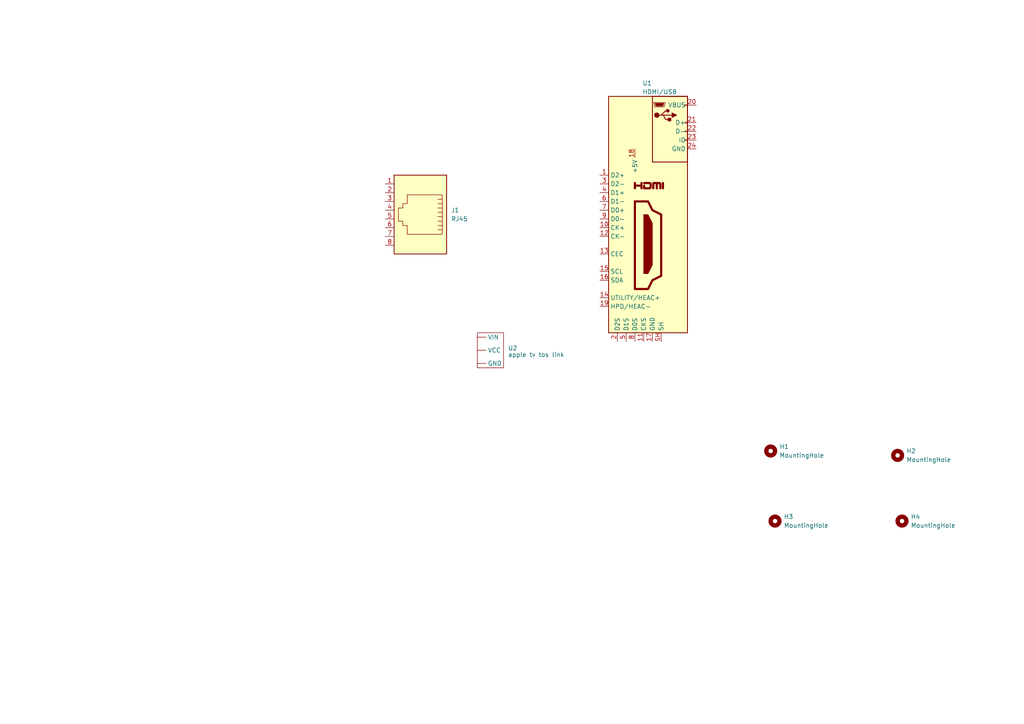
<source format=kicad_sch>
(kicad_sch (version 20231120) (generator "eeschema") (generator_version "8.0")
  (paper "A4")
  (lib_symbols
    (symbol "Connector:RJ45" (pin_names (offset 1.016))
      (property "Reference" "J" (at -5.08 13.97 0))
      (property "Value" "RJ45" (at 2.54 13.97 0))
      (symbol "RJ45_0_1"
        (polyline (pts (xy -5.08 4.445) (xy -6.35 4.445)))
        (polyline (pts (xy -5.08 5.715) (xy -6.35 5.715)))
        (polyline (pts (xy -6.35 -3.175) (xy -5.08 -3.175) (xy -5.08 -3.175)))
        (polyline (pts (xy -6.35 -1.905) (xy -5.08 -1.905) (xy -5.08 -1.905)))
        (polyline (pts (xy -6.35 -0.635) (xy -5.08 -0.635) (xy -5.08 -0.635)))
        (polyline (pts (xy -6.35 0.635) (xy -5.08 0.635) (xy -5.08 0.635)))
        (polyline (pts (xy -6.35 1.905) (xy -5.08 1.905) (xy -5.08 1.905)))
        (polyline (pts (xy -5.08 3.175) (xy -6.35 3.175) (xy -6.35 3.175)))
        (polyline (pts (xy -6.35 -4.445) (xy -6.35 6.985) (xy 3.81 6.985) (xy 3.81 4.445) (xy 5.08 4.445) (xy 5.08 3.175) (xy 6.35 3.175) (xy 6.35 -0.635) (xy 5.08 -0.635) (xy 5.08 -1.905) (xy 3.81 -1.905) (xy 3.81 -4.445) (xy -6.35 -4.445) (xy -6.35 -4.445)))
        (rectangle (start 7.62 12.7) (end -7.62 -10.16) (stroke (width 0.254)) (fill (type background)))
      )
      (symbol "RJ45_1_1"
        (pin passive line (at 10.16 -7.62 180) (length 2.54) (name "~") (number "1"))
        (pin passive line (at 10.16 -5.08 180) (length 2.54) (name "~") (number "2"))
        (pin passive line (at 10.16 -2.54 180) (length 2.54) (name "~") (number "3"))
        (pin passive line (at 10.16 0 180) (length 2.54) (name "~") (number "4"))
        (pin passive line (at 10.16 2.54 180) (length 2.54) (name "~") (number "5"))
        (pin passive line (at 10.16 5.08 180) (length 2.54) (name "~") (number "6"))
        (pin passive line (at 10.16 7.62 180) (length 2.54) (name "~") (number "7"))
        (pin passive line (at 10.16 10.16 180) (length 2.54) (name "~") (number "8"))
      )
    )
    (symbol "Mechanical:MountingHole" (pin_names (offset 1.016)) (exclude_from_sim yes) (in_bom no)
      (property "Reference" "H" (at 0 5.08 0))
      (property "Value" "MountingHole" (at 0 3.175 0))
      (symbol "MountingHole_0_1"
        (circle (center 0 0) (radius 1.27) (stroke (width 1.27)))
      )
    )
    (symbol "apple_tv_parts:apple_tv_hdmi_usb"
      (property "Reference" "U" (at -15.24 -20.32 0))
      (symbol "apple_tv_hdmi_usb_0_0"
        (polyline (pts (xy 6.858 13.97) (xy 6.858 15.494)) (stroke (width 0.635)))
        (polyline (pts (xy -1.27 13.97) (xy -1.27 15.494) (xy -1.27 14.732) (xy 0.635 14.732) (xy 0.635 15.494) (xy 0.635 13.97)) (stroke (width 0.635)))
        (polyline (pts (xy 1.397 15.494) (xy 3.048 15.494) (xy 3.302 15.24) (xy 3.302 14.224) (xy 3.048 13.97) (xy 1.397 13.97) (xy 1.397 14.732)) (stroke (width 0.635)))
      )
      (symbol "apple_tv_hdmi_usb_0_1"
        (rectangle (start -8.89 40.64) (end 13.97 -27.94) (stroke (width 0.254)) (fill (type background)))
        (polyline (pts (xy 6.985 35.179) (xy 9.525 35.179)) (stroke (width 0.254)))
        (polyline (pts (xy 5.715 35.179) (xy 6.35 35.179) (xy 7.62 36.449) (xy 8.255 36.449)) (stroke (width 0.254)))
        (polyline (pts (xy 6.35 35.179) (xy 6.985 35.179) (xy 7.62 33.909) (xy 8.89 33.909)) (stroke (width 0.254)))
        (polyline (pts (xy 9.525 35.814) (xy 9.525 34.544) (xy 10.795 35.179) (xy 9.525 35.814)) (stroke (width 0.254)) (fill (type outline)))
        (polyline (pts (xy 4.572 38.608) (xy 7.112 38.608) (xy 6.858 37.846) (xy 4.826 37.846) (xy 4.572 38.608)) (fill (type outline)))
        (polyline (pts (xy 1.27 6.35) (xy 2.54 6.35) (xy 3.81 3.81) (xy 3.81 -8.255) (xy 2.54 -10.795) (xy 1.27 -10.795) (xy 1.27 6.35)) (fill (type outline)))
        (polyline (pts (xy 4.064 13.97) (xy 4.064 15.494) (xy 5.08 15.494) (xy 5.08 13.97) (xy 5.08 15.494) (xy 5.842 15.494) (xy 6.096 15.24) (xy 6.096 13.97)) (stroke (width 0.635)))
        (polyline (pts (xy -1.27 10.16) (xy -1.27 -15.24) (xy 2.54 -15.24) (xy 3.81 -12.7) (xy 6.35 -11.43) (xy 6.35 6.35) (xy 3.81 7.62) (xy 2.54 10.16) (xy -1.27 10.16)) (stroke (width 0.635)))
        (polyline (pts (xy 4.191 38.862) (xy 4.191 38.608) (xy 4.445 37.846) (xy 4.445 37.592) (xy 7.239 37.592) (xy 7.239 37.846) (xy 7.493 38.608) (xy 7.493 38.862) (xy 4.191 38.862)))
        (rectangle (start 3.81 40.64) (end 13.97 21.59) (stroke (width 0.254)) (fill (type background)))
        (circle (center 5.08 35.179) (radius 0.635) (stroke (width 0.254)) (fill (type outline)))
        (circle (center 8.255 36.449) (radius 0.381) (stroke (width 0.254)) (fill (type outline)))
        (rectangle (start 9.144 34.29) (end 8.382 33.528) (stroke (width 0.254)) (fill (type outline)))
        (rectangle (start 13.97 27.813) (end 13.208 28.067))
        (rectangle (start 13.97 30.353) (end 13.208 30.607))
        (rectangle (start 13.97 32.893) (end 13.208 33.147))
        (rectangle (start 13.97 37.973) (end 13.208 38.227))
      )
      (symbol "apple_tv_hdmi_usb_1_1"
        (pin passive line (at -11.43 17.78 0) (length 2.54) (name "D2+") (number "1"))
        (pin passive line (at -11.43 2.54 0) (length 2.54) (name "CK+") (number "10"))
        (pin power_in line (at 1.27 -30.48 90) (length 2.54) (name "CKS") (number "11"))
        (pin passive line (at -11.43 0 0) (length 2.54) (name "CK-") (number "12"))
        (pin bidirectional line (at -11.43 -5.08 0) (length 2.54) (name "CEC") (number "13"))
        (pin passive line (at -11.43 -17.78 0) (length 2.54) (name "UTILITY/HEAC+") (number "14"))
        (pin passive line (at -11.43 -10.16 0) (length 2.54) (name "SCL") (number "15"))
        (pin bidirectional line (at -11.43 -12.7 0) (length 2.54) (name "SDA") (number "16"))
        (pin power_in line (at 3.81 -30.48 90) (length 2.54) (name "GND") (number "17"))
        (pin power_in line (at -1.27 25.4 270) (length 2.54) (name "+5V") (number "18"))
        (pin passive line (at -11.43 -20.32 0) (length 2.54) (name "HPD/HEAC-") (number "19"))
        (pin power_in line (at -6.35 -30.48 90) (length 2.54) (name "D2S") (number "2"))
        (pin passive line (at 16.51 38.1 180) (length 2.54) (name "VBUS") (number "20"))
        (pin bidirectional line (at 16.51 33.02 180) (length 2.54) (name "D+") (number "21"))
        (pin bidirectional line (at 16.51 30.48 180) (length 2.54) (name "D-") (number "22"))
        (pin passive line (at 16.51 27.94 180) (length 2.54) (name "ID") (number "23"))
        (pin passive line (at 16.51 25.4 180) (length 2.54) (name "GND") (number "24"))
        (pin passive line (at -11.43 15.24 0) (length 2.54) (name "D2-") (number "3"))
        (pin passive line (at -11.43 12.7 0) (length 2.54) (name "D1+") (number "4"))
        (pin power_in line (at -3.81 -30.48 90) (length 2.54) (name "D1S") (number "5"))
        (pin passive line (at -11.43 10.16 0) (length 2.54) (name "D1-") (number "6"))
        (pin passive line (at -11.43 7.62 0) (length 2.54) (name "D0+") (number "7"))
        (pin power_in line (at -1.27 -30.48 90) (length 2.54) (name "D0S") (number "8"))
        (pin passive line (at -11.43 5.08 0) (length 2.54) (name "D0-") (number "9"))
        (pin passive line (at 6.35 -30.48 90) (length 2.54) (name "SH") (number "SH"))
      )
    )
    (symbol "apple_tv_parts:apple_tv_tos_link"
      (property "Reference" "U" (at 0.254 4.572 0))
      (symbol "apple_tv_tos_link_0_1"
        (rectangle (start -2.54 1.27) (end 5.08 -8.89))
      )
      (symbol "apple_tv_tos_link_1_1"
        (pin input line (at -2.54 -7.62 0) (length 2.54) (name "GND") (number ""))
        (pin input line (at -2.54 -3.81 0) (length 2.54) (name "VCC") (number ""))
        (pin input line (at -2.54 0 0) (length 2.54) (name "VIN") (number ""))
      )
    )
  )
  (symbol (lib_id "Mechanical:MountingHole") (at 223.52 130.81 0) (unit 1) (exclude_from_sim yes) (in_bom no)
    (property "Reference" "H1" (at 226.06 129.5399 0) (effects (justify left)))
    (property "Value" "MountingHole" (at 226.06 132.0799 0) (effects (justify left)))
    (property "Footprint" "MountingHole:MountingHole_2.7mm_Pad" (effects (hide yes)))
    (property "Description" "Mounting Hole without connection" (effects (hide yes)))
  )
  (symbol (lib_id "Mechanical:MountingHole") (at 224.79 151.13 0) (unit 1) (exclude_from_sim yes) (in_bom no)
    (property "Reference" "H3" (at 227.33 149.8599 0) (effects (justify left)))
    (property "Value" "MountingHole" (at 227.33 152.3999 0) (effects (justify left)))
    (property "Footprint" "MountingHole:MountingHole_2.7mm_Pad" (effects (hide yes)))
    (property "Description" "Mounting Hole without connection" (effects (hide yes)))
  )
  (symbol (lib_id "Connector:RJ45") (at 121.92 60.96 180) (unit 1) (in_bom no)
    (property "Reference" "J1" (at 130.81 60.9599 0) (effects (justify right)))
    (property "Value" "RJ45" (at 130.81 63.4999 0) (effects (justify right)))
    (property "Footprint" "apple_tv_parts:apple_tv_ethernet" (effects (hide yes)))
    (property "Description" "RJ connector, 8P8C (8 positions 8 connected)" (effects (hide yes)))
  )
  (symbol (lib_id "apple_tv_parts:apple_tv_hdmi_usb") (at 185.42 68.58 0) (unit 1) (in_bom no)
    (property "Reference" "U1" (at 186.3441 24.13 0) (effects (justify left)))
    (property "Value" "HDMI/USB" (at 186.3441 26.67 0) (effects (justify left)))
    (property "Footprint" "apple_tv_parts:apple_tv_hdmi_usb" (effects (hide yes)))
  )
  (symbol (lib_id "Mechanical:MountingHole") (at 261.62 151.13 0) (unit 1) (exclude_from_sim yes) (in_bom no)
    (property "Reference" "H4" (at 264.16 149.8599 0) (effects (justify left)))
    (property "Value" "MountingHole" (at 264.16 152.3999 0) (effects (justify left)))
    (property "Footprint" "MountingHole:MountingHole_2.7mm_Pad" (effects (hide yes)))
    (property "Description" "Mounting Hole without connection" (effects (hide yes)))
  )
  (symbol (lib_id "apple_tv_parts:apple_tv_tos_link") (at 140.97 97.79 0) (unit 1) (in_bom no)
    (property "Reference" "U2" (at 147.32 100.9649 0) (effects (justify left)))
    (property "Value" "apple tv tos link" (at 147.32 102.87 0) (effects (justify left)))
    (property "Footprint" "apple_tv_parts:apple_tv_tos_link" (effects (hide yes)))
  )
  (symbol (lib_id "Mechanical:MountingHole") (at 260.35 132.08 0) (unit 1) (exclude_from_sim yes) (in_bom no)
    (property "Reference" "H2" (at 262.89 130.8099 0) (effects (justify left)))
    (property "Value" "MountingHole" (at 262.89 133.3499 0) (effects (justify left)))
    (property "Footprint" "MountingHole:MountingHole_2.7mm_Pad" (effects (hide yes)))
    (property "Description" "Mounting Hole without connection" (effects (hide yes)))
  )
)
</source>
